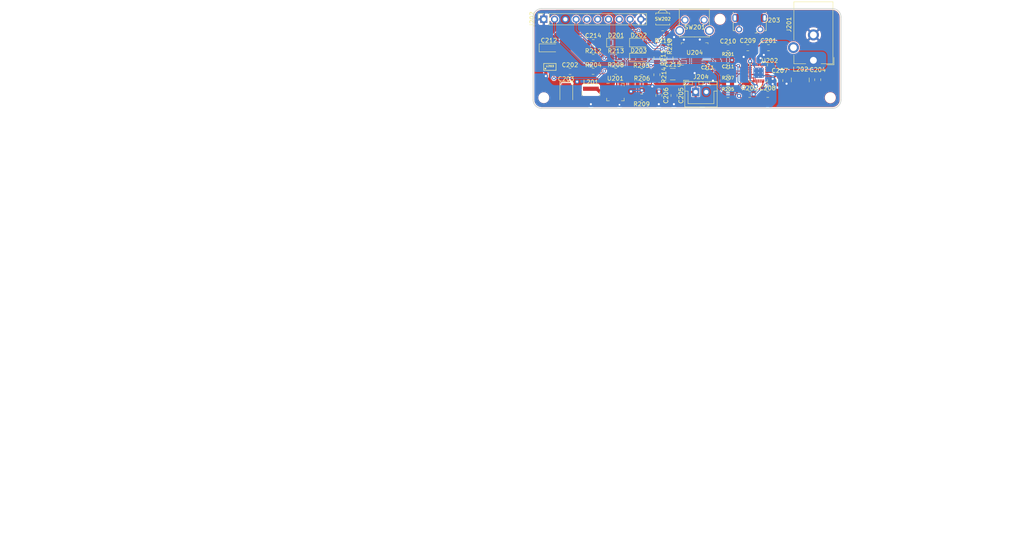
<source format=kicad_pcb>
(kicad_pcb (version 20171130) (host pcbnew "(5.0.0)")
  (layers (0 F.Cu signal) (31 B.Cu signal) (34 B.Paste user) (35 F.Paste user) (36 B.SilkS user) (37 F.SilkS user) (38 B.Mask user) (39 F.Mask user) (44 Edge.Cuts user))
  (net 0 "")
  (net 1 DC)
  (net 2 GNDA)
  (net 3 SYS)
  (net 4 BATT+)
  (net 5 USB)
  (net 6 VL)
  (net 7 5V)
  (net 8 3V3)
  (net 9 SENSE_PIN)
  (net 10 EN_PI)
  (net 11 OUT_PIN)
  (net 12 DOK_OUT)
  (net 13 CHG_OUT)
  (net 14 SCL)
  (net 15 SDA)
  (net 16 "Net-(C204-Pad2)")
  (net 17 "Net-(C204-Pad1)")
  (net 18 "Net-(C211-Pad2)")
  (net 19 "Net-(D201-Pad1)")
  (net 20 "Net-(D201-Pad2)")
  (net 21 "Net-(D202-Pad2)")
  (net 22 "Net-(J203-Pad6)")
  (net 23 "Net-(L201-Pad1)")
  (net 24 "Net-(L202-Pad1)")
  (net 25 "Net-(R204-Pad1)")
  (net 26 "Net-(R205-Pad2)")
  (net 27 "Net-(R206-Pad1)")
  (net 28 "Net-(R207-Pad2)")
  (net 29 "Net-(R215-Pad2)")
  (module Resistor_SMD:R_0805_2012Metric (layer F.Cu) (at 180 29.75 180)
    (fp_text reference R215 (at 0 -1.65 180) (layer F.SilkS))
    (fp_text value 1K)
    (pad 1 smd roundrect (at -0.9375 0 180) (size 0.975 1.4) (layers F.Cu F.Paste F.Mask) (net 2 GNDA))
    (pad 2 smd roundrect (at 0.9375 0 180) (size 0.975 1.4) (layers F.Cu F.Paste F.Mask) (net 29 "Net-(R215-Pad2)"))
  )
  (module MountingHole:MountingHole_2.2mm_M2_DIN965 (layer F.Cu) (at 193.486138 26.314289)
    (fp_text reference REF** hide)
    (fp_text value MountingHole_2.2mm_M2_DIN965)
    (pad 1 np_thru_hole circle (at 0 0) (size 2.2 2.2) (drill 2.2) (layers *.Cu *.Mask))
  )
  (module MountingHole:MountingHole_2.2mm_M2_DIN965 (layer F.Cu) (at 219.486138 44.814289)
    (fp_text reference REF** hide)
    (fp_text value MountingHole_2.2mm_M2_DIN965)
    (pad 1 np_thru_hole circle (at 0 0) (size 2.2 2.2) (drill 2.2) (layers *.Cu *.Mask))
  )
  (module Capacitor_SMD:C_0805_2012Metric (layer F.Cu) (at 204.9105 33.0282)
    (fp_text reference C201 (at 0 -1.65) (layer F.SilkS))
    (fp_text value 2.2uf)
    (pad 1 smd roundrect (at -0.9375 0) (size 0.975 1.4) (layers F.Cu F.Paste F.Mask) (net 1 DC))
    (pad 2 smd roundrect (at 0.9375 0) (size 0.975 1.4) (layers F.Cu F.Paste F.Mask) (net 2 GNDA))
  )
  (module Capacitor_SMD:C_0805_2012Metric (layer F.Cu) (at 216.516 40.572 270)
    (fp_text reference C204 (at -2.336711 0.001862) (layer F.SilkS))
    (fp_text value 1uf)
    (pad 2 smd roundrect (at 0.9375 0 270) (size 0.975 1.4) (layers F.Cu F.Paste F.Mask) (net 16 "Net-(C204-Pad2)"))
    (pad 1 smd roundrect (at -0.9375 0 270) (size 0.975 1.4) (layers F.Cu F.Paste F.Mask) (net 17 "Net-(C204-Pad1)"))
  )
  (module Capacitor_SMD:C_0805_2012Metric (layer F.Cu) (at 207.583011 40.769118 90)
    (fp_text reference C207 (at 2.336711 -0.001862 180) (layer F.SilkS))
    (fp_text value 10uf)
    (pad 2 smd roundrect (at 0.9375 0 90) (size 0.975 1.4) (layers F.Cu F.Paste F.Mask) (net 3 SYS))
    (pad 1 smd roundrect (at -0.9375 0 90) (size 0.975 1.4) (layers F.Cu F.Paste F.Mask) (net 2 GNDA))
  )
  (module Capacitor_SMD:C_0805_2012Metric (layer F.Cu) (at 204.7535 44.0262 180)
    (fp_text reference C208 (at 0.050362 1.472911 180) (layer F.SilkS))
    (fp_text value 10uf)
    (pad 2 smd roundrect (at 0.9375 0 180) (size 0.975 1.4) (layers F.Cu F.Paste F.Mask) (net 4 BATT+))
    (pad 1 smd roundrect (at -0.9375 0 180) (size 0.975 1.4) (layers F.Cu F.Paste F.Mask) (net 2 GNDA))
  )
  (module Capacitor_SMD:C_0805_2012Metric (layer F.Cu) (at 200.050138 33.0282)
    (fp_text reference C209 (at 0 -1.65) (layer F.SilkS))
    (fp_text value 4.7uf)
    (pad 1 smd roundrect (at -0.9375 0) (size 0.975 1.4) (layers F.Cu F.Paste F.Mask) (net 2 GNDA))
    (pad 2 smd roundrect (at 0.9375 0) (size 0.975 1.4) (layers F.Cu F.Paste F.Mask) (net 5 USB))
  )
  (module Capacitor_SMD:C_0805_2012Metric (layer F.Cu) (at 195.3865 33.0282 180)
    (fp_text reference C210 (at 0 1.523911 180) (layer F.SilkS))
    (fp_text value 2.2uf)
    (pad 1 smd roundrect (at -0.9375 0 180) (size 0.975 1.4) (layers F.Cu F.Paste F.Mask) (net 2 GNDA))
    (pad 2 smd roundrect (at 0.9375 0 180) (size 0.975 1.4) (layers F.Cu F.Paste F.Mask) (net 6 VL))
  )
  (module Capacitor_SMD:C_0805_2012Metric (layer F.Cu) (at 195.3865 38.7432)
    (fp_text reference C211 (at 0 -1.269911) (layer F.SilkS) (effects (font (size 0.75 0.75))))
    (fp_text value 0.15uf)
    (pad 1 smd roundrect (at -0.9375 0) (size 0.975 1.4) (layers F.Cu F.Paste F.Mask) (net 2 GNDA))
    (pad 2 smd roundrect (at 0.9375 0) (size 0.975 1.4) (layers F.Cu F.Paste F.Mask) (net 18 "Net-(C211-Pad2)"))
  )
  (module Capacitor_SMD:C_0805_2012Metric (layer F.Cu) (at 190.497 38.9602)
    (fp_text reference C213 (at -0.017862 -1.232911) (layer F.SilkS) (effects (font (size 0.75 0.75))))
    (fp_text value 0.1uf)
    (pad 1 smd roundrect (at -0.9375 0) (size 0.975 1.4) (layers F.Cu F.Paste F.Mask) (net 2 GNDA))
    (pad 2 smd roundrect (at 0.9375 0) (size 0.975 1.4) (layers F.Cu F.Paste F.Mask) (net 4 BATT+))
  )
  (module Capacitor_SMD:C_0805_2012Metric (layer F.Cu) (at 158.1635 38.608)
    (fp_text reference C202 (at 0 -1.515711) (layer F.SilkS))
    (fp_text value 2.2uf)
    (pad 2 smd roundrect (at 0.9375 0) (size 0.975 1.4) (layers F.Cu F.Paste F.Mask) (net 7 5V))
    (pad 1 smd roundrect (at -0.9375 0) (size 0.975 1.4) (layers F.Cu F.Paste F.Mask) (net 2 GNDA))
  )
  (module Capacitor_Tantalum_SMD:CP_EIA-3528-21_Kemet-B (layer F.Cu) (at 157.296011 43.564618 270)
    (fp_text reference C203 (at -3.17 0.07) (layer F.SilkS))
    (fp_text value 100uf)
    (pad 2 smd roundrect (at 1.5375 0 270) (size 1.325 2.35) (layers F.Cu F.Paste F.Mask) (roundrect_rratio 0.188679) (net 2 GNDA))
    (pad 1 smd roundrect (at -1.5375 0 270) (size 1.325 2.35) (layers F.Cu F.Paste F.Mask) (roundrect_rratio 0.188679) (net 7 5V))
  )
  (module Capacitor_SMD:C_0805_2012Metric (layer F.Cu) (at 182.6715 44.2862 270)
    (fp_text reference C205 (at 0 -1.65 270) (layer F.SilkS))
    (fp_text value 10uf)
    (pad 2 smd roundrect (at 0.9375 0 270) (size 0.975 1.4) (layers F.Cu F.Paste F.Mask) (net 3 SYS))
    (pad 1 smd roundrect (at -0.9375 0 270) (size 0.975 1.4) (layers F.Cu F.Paste F.Mask) (net 2 GNDA))
  )
  (module Capacitor_SMD:C_0805_2012Metric (layer F.Cu) (at 179.1155 44.2862 270)
    (fp_text reference C206 (at 0 -1.65 270) (layer F.SilkS))
    (fp_text value 0.1uf)
    (pad 1 smd roundrect (at -0.9375 0 270) (size 0.975 1.4) (layers F.Cu F.Paste F.Mask) (net 2 GNDA))
    (pad 2 smd roundrect (at 0.9375 0 270) (size 0.975 1.4) (layers F.Cu F.Paste F.Mask) (net 3 SYS))
  )
  (module Capacitor_SMD:C_0805_2012Metric (layer F.Cu) (at 163.633138 31.830289)
    (fp_text reference C214 (at 0 -1.65) (layer F.SilkS))
    (fp_text value 0.1uf)
    (pad 2 smd roundrect (at 0.9375 0) (size 0.975 1.4) (layers F.Cu F.Paste F.Mask) (net 2 GNDA))
    (pad 1 smd roundrect (at -0.9375 0) (size 0.975 1.4) (layers F.Cu F.Paste F.Mask) (net 9 SENSE_PIN))
  )
  (module Diode_SMD:D_SOD-123F (layer F.Cu) (at 168.986138 31.830289)
    (fp_text reference D201 (at 0.03 -1.723) (layer F.SilkS))
    (fp_text value IN4001)
    (pad 1 smd rect (at -1.4 0) (size 1.1 1.1) (layers F.Cu F.Paste F.Mask) (net 19 "Net-(D201-Pad1)"))
    (pad 2 smd rect (at 1.4 0) (size 1.1 1.1) (layers F.Cu F.Paste F.Mask) (net 20 "Net-(D201-Pad2)"))
  )
  (module Diode_SMD:D_SOD-123F (layer F.Cu) (at 174.386138 31.830289)
    (fp_text reference D202 (at -0.036 -1.723) (layer F.SilkS))
    (fp_text value IN4001)
    (pad 1 smd rect (at -1.4 0) (size 1.1 1.1) (layers F.Cu F.Paste F.Mask) (net 20 "Net-(D201-Pad2)"))
    (pad 2 smd rect (at 1.4 0) (size 1.1 1.1) (layers F.Cu F.Paste F.Mask) (net 21 "Net-(D202-Pad2)"))
  )
  (module Diode_SMD:D_SOD-123F (layer F.Cu) (at 174.386138 35.330289)
    (fp_text reference D203 (at -0.036 -1.667) (layer F.SilkS))
    (fp_text value IN4001)
    (pad 2 smd rect (at 1.4 0) (size 1.1 1.1) (layers F.Cu F.Paste F.Mask) (net 21 "Net-(D202-Pad2)"))
    (pad 1 smd rect (at -1.4 0) (size 1.1 1.1) (layers F.Cu F.Paste F.Mask) (net 10 EN_PI))
  )
  (module Connector_PinSocket_2.54mm:PinSocket_1x10_P2.54mm_Vertical (layer F.Cu) (at 151.986138 26.314289 90)
    (fp_text reference J202 (at 0 -2.77 90) (layer F.SilkS))
    (fp_text value Conn_01x10)
    (pad 1 thru_hole rect (at 0 0 90) (size 1.7 1.7) (drill 1) (layers *.Cu *.Mask) (net 2 GNDA))
    (pad 2 thru_hole oval (at 0 2.54 90) (size 1.7 1.7) (drill 1) (layers *.Cu *.Mask) (net 8 3V3))
    (pad 3 thru_hole oval (at 0 5.08 90) (size 1.7 1.7) (drill 1) (layers *.Cu *.Mask) (net 7 5V))
    (pad 4 thru_hole oval (at 0 7.62 90) (size 1.7 1.7) (drill 1) (layers *.Cu *.Mask) (net 11 OUT_PIN))
    (pad 5 thru_hole oval (at 0 10.16 90) (size 1.7 1.7) (drill 1) (layers *.Cu *.Mask) (net 9 SENSE_PIN))
    (pad 6 thru_hole oval (at 0 12.7 90) (size 1.7 1.7) (drill 1) (layers *.Cu *.Mask) (net 12 DOK_OUT))
    (pad 7 thru_hole oval (at 0 15.24 90) (size 1.7 1.7) (drill 1) (layers *.Cu *.Mask) (net 13 CHG_OUT))
    (pad 8 thru_hole oval (at 0 17.78 90) (size 1.7 1.7) (drill 1) (layers *.Cu *.Mask) (net 14 SCL))
    (pad 9 thru_hole oval (at 0 20.32 90) (size 1.7 1.7) (drill 1) (layers *.Cu *.Mask) (net 15 SDA))
    (pad 10 thru_hole oval (at 0 22.86 90) (size 1.7 1.7) (drill 1) (layers *.Cu *.Mask) (net 2 GNDA))
  )
  (module Connector_USB:USB_Micro-B_Molex-105017-0001 (layer F.Cu) (at 200.5 27.2375 180)
    (fp_text reference J203 (at -5.346138 0.686211 180) (layer F.SilkS))
    (fp_text value USB_B_Micro)
    (pad 6 smd rect (at 1 1.2375 180) (size 1.5 1.9) (layers F.Cu F.Paste F.Mask) (net 22 "Net-(J203-Pad6)"))
    (pad 6 thru_hole circle (at -2.5 -1.4625 180) (size 1.45 1.45) (drill 0.85) (layers *.Cu *.Mask) (net 22 "Net-(J203-Pad6)"))
    (pad 2 smd rect (at -0.65 -1.4625 180) (size 0.4 1.35) (layers F.Cu F.Paste F.Mask))
    (pad 1 smd rect (at -1.3 -1.4625 180) (size 0.4 1.35) (layers F.Cu F.Paste F.Mask) (net 5 USB))
    (pad 5 smd rect (at 1.3 -1.4625 180) (size 0.4 1.35) (layers F.Cu F.Paste F.Mask) (net 2 GNDA))
    (pad 4 smd rect (at 0.65 -1.4625 180) (size 0.4 1.35) (layers F.Cu F.Paste F.Mask))
    (pad 3 smd rect (at 0 -1.4625 180) (size 0.4 1.35) (layers F.Cu F.Paste F.Mask))
    (pad 6 thru_hole circle (at 2.5 -1.4625 180) (size 1.45 1.45) (drill 0.85) (layers *.Cu *.Mask) (net 22 "Net-(J203-Pad6)"))
    (pad 6 smd rect (at -1 1.2375 180) (size 1.5 1.9) (layers F.Cu F.Paste F.Mask) (net 22 "Net-(J203-Pad6)"))
    (pad 6 thru_hole oval (at -3.5 1.2375) (size 1.2 1.9) (drill oval 0.6 1.3) (layers *.Cu *.Mask) (net 22 "Net-(J203-Pad6)"))
    (pad 6 thru_hole oval (at 3.5 1.2375 180) (size 1.2 1.9) (drill oval 0.6 1.3) (layers *.Cu *.Mask) (net 22 "Net-(J203-Pad6)"))
    (pad 6 smd rect (at 2.9 1.2375 180) (size 1.2 1.9) (layers F.Cu F.Mask) (net 22 "Net-(J203-Pad6)"))
    (pad 6 smd rect (at -2.9 1.2375 180) (size 1.2 1.9) (layers F.Cu F.Mask) (net 22 "Net-(J203-Pad6)"))
  )
  (module Connector_JST:JST_XH_B02B-XH-A_1x02_P2.50mm_Vertical (layer F.Cu) (at 187.765792 43.45721)
    (fp_text reference J204 (at 1.25 -3.55) (layer F.SilkS))
    (fp_text value battery)
    (pad 1 thru_hole rect (at 0 0) (size 1.7 2) (drill 1) (layers *.Cu *.Mask) (net 2 GNDA))
    (pad 2 thru_hole oval (at 2.5 0) (size 1.7 2) (drill 1) (layers *.Cu *.Mask) (net 4 BATT+))
  )
  (module Inductor_SMD:L_Wuerth_MAPI-4020 (layer F.Cu) (at 212.4095 40.6212 90)
    (fp_text reference L202 (at 2.512911 0.040638 180) (layer F.SilkS))
    (fp_text value 3.3uH)
    (pad 1 smd rect (at -1.185 0 90) (size 0.98 3.7) (layers F.Cu F.Paste F.Mask) (net 24 "Net-(L202-Pad1)"))
    (pad 2 smd rect (at 1.185 0 90) (size 0.98 3.7) (layers F.Cu F.Paste F.Mask) (net 16 "Net-(C204-Pad2)"))
  )
  (module Inductor_SMD:L_Wuerth_MAPI-4020 (layer F.Cu) (at 163.082138 43.883289 270)
    (fp_text reference L201 (at -2.727 0.035) (layer F.SilkS))
    (fp_text value 6.8uH)
    (pad 2 smd rect (at 1.185 0 270) (size 0.98 3.7) (layers F.Cu F.Paste F.Mask) (net 3 SYS))
    (pad 1 smd rect (at -1.185 0 270) (size 0.98 3.7) (layers F.Cu F.Paste F.Mask) (net 23 "Net-(L201-Pad1)"))
  )
  (module Resistor_SMD:R_0805_2012Metric (layer F.Cu) (at 195.3865 35.9412 180)
    (fp_text reference R201 (at 0 1.388911 180) (layer F.SilkS) (effects (font (size 0.75 0.75))))
    (fp_text value 100K)
    (pad 1 smd roundrect (at -0.9375 0 180) (size 0.975 1.4) (layers F.Cu F.Paste F.Mask) (net 12 DOK_OUT))
    (pad 2 smd roundrect (at 0.9375 0 180) (size 0.975 1.4) (layers F.Cu F.Paste F.Mask) (net 6 VL))
  )
  (module Resistor_SMD:R_0805_2012Metric (layer F.Cu) (at 200.4965 44.0262 180)
    (fp_text reference R202 (at 0 1.472911 180) (layer F.SilkS))
    (fp_text value 100K)
    (pad 2 smd roundrect (at 0.9375 0 180) (size 0.975 1.4) (layers F.Cu F.Paste F.Mask) (net 6 VL))
    (pad 1 smd roundrect (at -0.9375 0 180) (size 0.975 1.4) (layers F.Cu F.Paste F.Mask) (net 13 CHG_OUT))
  )
  (module Resistor_SMD:R_0805_2012Metric (layer F.Cu) (at 195.3865 44.0772)
    (fp_text reference R205 (at 0 -1.269911) (layer F.SilkS) (effects (font (size 0.75 0.75))))
    (fp_text value 1.2K)
    (pad 1 smd roundrect (at -0.9375 0) (size 0.975 1.4) (layers F.Cu F.Paste F.Mask) (net 2 GNDA))
    (pad 2 smd roundrect (at 0.9375 0) (size 0.975 1.4) (layers F.Cu F.Paste F.Mask) (net 26 "Net-(R205-Pad2)"))
  )
  (module Resistor_SMD:R_0805_2012Metric (layer F.Cu) (at 195.3865 41.4412)
    (fp_text reference R207 (at 0 -1.300911) (layer F.SilkS) (effects (font (size 0.75 0.75))))
    (fp_text value 3K)
    (pad 2 smd roundrect (at 0.9375 0) (size 0.975 1.4) (layers F.Cu F.Paste F.Mask) (net 28 "Net-(R207-Pad2)"))
    (pad 1 smd roundrect (at -0.9375 0) (size 0.975 1.4) (layers F.Cu F.Paste F.Mask) (net 2 GNDA))
  )
  (module Resistor_SMD:R_0805_2012Metric (layer F.Cu) (at 181.696967 35.402978 270)
    (fp_text reference R210 (at -2.654862 0.037089 270) (layer F.SilkS))
    (fp_text value 100K)
    (pad 2 smd roundrect (at 0.9375 0 270) (size 0.975 1.4) (layers F.Cu F.Paste F.Mask) (net 8 3V3))
    (pad 1 smd roundrect (at -0.9375 0 270) (size 0.975 1.4) (layers F.Cu F.Paste F.Mask) (net 14 SCL))
  )
  (module Resistor_SMD:R_0805_2012Metric (layer F.Cu) (at 178.648967 35.40298 270)
    (fp_text reference R211 (at 0.012138 -1.486911 270) (layer F.SilkS))
    (fp_text value 100K)
    (pad 2 smd roundrect (at 0.9375 0 270) (size 0.975 1.4) (layers F.Cu F.Paste F.Mask) (net 8 3V3))
    (pad 1 smd roundrect (at -0.9375 0 270) (size 0.975 1.4) (layers F.Cu F.Paste F.Mask) (net 15 SDA))
  )
  (module Resistor_SMD:R_0805_2012Metric (layer F.Cu) (at 175.033638 38.664289)
    (fp_text reference R203 (at -0.0485 -1.445) (layer F.SilkS))
    (fp_text value 200K)
    (pad 1 smd roundrect (at -0.9375 0) (size 0.975 1.4) (layers F.Cu F.Paste F.Mask) (net 10 EN_PI))
    (pad 2 smd roundrect (at 0.9375 0) (size 0.975 1.4) (layers F.Cu F.Paste F.Mask) (net 3 SYS))
  )
  (module Resistor_SMD:R_0805_2012Metric (layer F.Cu) (at 163.6055 38.600129 180)
    (fp_text reference R204 (at -0.076638 1.50784 180) (layer F.SilkS))
    (fp_text value 1.87M)
    (pad 2 smd roundrect (at 0.9375 0 180) (size 0.975 1.4) (layers F.Cu F.Paste F.Mask) (net 7 5V))
    (pad 1 smd roundrect (at -0.9375 0 180) (size 0.975 1.4) (layers F.Cu F.Paste F.Mask) (net 25 "Net-(R204-Pad1)"))
  )
  (module Resistor_SMD:R_0805_2012Metric (layer F.Cu) (at 175.033638 41.664289)
    (fp_text reference R206 (at 0.0785 -1.397) (layer F.SilkS))
    (fp_text value 1.87M)
    (pad 2 smd roundrect (at 0.9375 0) (size 0.975 1.4) (layers F.Cu F.Paste F.Mask) (net 3 SYS))
    (pad 1 smd roundrect (at -0.9375 0) (size 0.975 1.4) (layers F.Cu F.Paste F.Mask) (net 27 "Net-(R206-Pad1)"))
  )
  (module Resistor_SMD:R_0805_2012Metric (layer F.Cu) (at 168.9395 38.600129 180)
    (fp_text reference R208 (at 0 1.50784 180) (layer F.SilkS))
    (fp_text value 200K)
    (pad 2 smd roundrect (at 0.9375 0 180) (size 0.975 1.4) (layers F.Cu F.Paste F.Mask) (net 25 "Net-(R204-Pad1)"))
    (pad 1 smd roundrect (at -0.9375 0 180) (size 0.975 1.4) (layers F.Cu F.Paste F.Mask) (net 2 GNDA))
  )
  (module Resistor_SMD:R_0805_2012Metric (layer F.Cu) (at 175.033638 44.664289 180)
    (fp_text reference R209 (at 0 -1.65 180) (layer F.SilkS))
    (fp_text value 340K)
    (pad 1 smd roundrect (at -0.9375 0 180) (size 0.975 1.4) (layers F.Cu F.Paste F.Mask) (net 2 GNDA))
    (pad 2 smd roundrect (at 0.9375 0 180) (size 0.975 1.4) (layers F.Cu F.Paste F.Mask) (net 27 "Net-(R206-Pad1)"))
  )
  (module Resistor_SMD:R_0805_2012Metric (layer F.Cu) (at 163.633138 35.330289 180)
    (fp_text reference R212 (at 0 1.54 180) (layer F.SilkS))
    (fp_text value 10K)
    (pad 2 smd roundrect (at 0.9375 0 180) (size 0.975 1.4) (layers F.Cu F.Paste F.Mask) (net 9 SENSE_PIN))
    (pad 1 smd roundrect (at -0.9375 0 180) (size 0.975 1.4) (layers F.Cu F.Paste F.Mask) (net 19 "Net-(D201-Pad1)"))
  )
  (module Resistor_SMD:R_0805_2012Metric (layer F.Cu) (at 168.986138 35.330289 180)
    (fp_text reference R213 (at 0 1.54 180) (layer F.SilkS))
    (fp_text value 10K)
    (pad 2 smd roundrect (at 0.9375 0 180) (size 0.975 1.4) (layers F.Cu F.Paste F.Mask) (net 11 OUT_PIN))
    (pad 1 smd roundrect (at -0.9375 0 180) (size 0.975 1.4) (layers F.Cu F.Paste F.Mask) (net 10 EN_PI))
  )
  (module Resistor_SMD:R_0805_2012Metric (layer F.Cu) (at 178.632572 39.399643 90)
    (fp_text reference R214 (at -0.079 1.667 90) (layer F.SilkS))
    (fp_text value 100K)
    (pad 2 smd roundrect (at 0.9375 0 90) (size 0.975 1.4) (layers F.Cu F.Paste F.Mask) (net 10 EN_PI))
    (pad 1 smd roundrect (at -0.9375 0 90) (size 0.975 1.4) (layers F.Cu F.Paste F.Mask) (net 2 GNDA))
  )
  (module Button_Switch_THT:SKHHLVA010 (layer F.Cu) (at 187.499551 28)
    (fp_text reference SW201 (at 0.058587 0.202289) (layer F.SilkS))
    (fp_text value SW_Push)
    (pad 1 thru_hole circle (at 2.250449 -1.518149 180) (size 1.724 1.724) (drill 1.1) (layers *.Cu *.Mask) (net 3 SYS))
    (pad 2 thru_hole circle (at -2.249551 -1.518149 180) (size 1.724 1.724) (drill 1.1) (layers *.Cu *.Mask) (net 21 "Net-(D202-Pad2)"))
    (pad "" thru_hole circle (at 3.500449 0.981851 180) (size 2.1 2.1) (drill 1.45) (layers *.Cu *.Mask))
    (pad "" thru_hole circle (at -3.499551 0.981851 180) (size 2.1 2.1) (drill 1.45) (layers *.Cu *.Mask))
  )
  (module Package_DFN_QFN:QFN-28-1EP_4x4mm_P0.4mm_EP2.4x2.4mm_ThermalVias (layer F.Cu) (at 202.578 38.9412 270)
    (fp_text reference U202 (at -2.864911 -2.633138) (layer F.SilkS))
    (fp_text value MAX8903A)
    (pad 28 smd roundrect (at -1.2 -1.9375 270) (size 0.25 0.825) (layers F.Cu F.Paste F.Mask) (net 16 "Net-(C204-Pad2)"))
    (pad 27 smd roundrect (at -0.8 -1.9375 270) (size 0.25 0.825) (layers F.Cu F.Paste F.Mask) (net 16 "Net-(C204-Pad2)"))
    (pad 26 smd roundrect (at -0.4 -1.9375 270) (size 0.25 0.825) (layers F.Cu F.Paste F.Mask) (net 24 "Net-(L202-Pad1)"))
    (pad 25 smd roundrect (at 0 -1.9375 270) (size 0.25 0.825) (layers F.Cu F.Paste F.Mask) (net 24 "Net-(L202-Pad1)"))
    (pad 24 smd roundrect (at 0.4 -1.9375 270) (size 0.25 0.825) (layers F.Cu F.Paste F.Mask) (net 3 SYS))
    (pad 23 smd roundrect (at 0.8 -1.9375 270) (size 0.25 0.825) (layers F.Cu F.Paste F.Mask) (net 3 SYS))
    (pad 22 smd roundrect (at 1.2 -1.9375 270) (size 0.25 0.825) (layers F.Cu F.Paste F.Mask) (net 13 CHG_OUT))
    (pad 21 smd roundrect (at 1.9375 -1.2 270) (size 0.825 0.25) (layers F.Cu F.Paste F.Mask) (net 4 BATT+))
    (pad 20 smd roundrect (at 1.9375 -0.8 270) (size 0.825 0.25) (layers F.Cu F.Paste F.Mask) (net 4 BATT+))
    (pad 19 smd roundrect (at 1.9375 -0.4 270) (size 0.825 0.25) (layers F.Cu F.Paste F.Mask))
    (pad 18 smd roundrect (at 1.9375 0 270) (size 0.825 0.25) (layers F.Cu F.Paste F.Mask))
    (pad 17 smd roundrect (at 1.9375 0.4 270) (size 0.825 0.25) (layers F.Cu F.Paste F.Mask) (net 5 USB))
    (pad 16 smd roundrect (at 1.9375 0.8 270) (size 0.825 0.25) (layers F.Cu F.Paste F.Mask) (net 2 GNDA))
    (pad 15 smd roundrect (at 1.9375 1.2 270) (size 0.825 0.25) (layers F.Cu F.Paste F.Mask) (net 2 GNDA))
    (pad 14 smd roundrect (at 1.2 1.9375 270) (size 0.25 0.825) (layers F.Cu F.Paste F.Mask) (net 2 GNDA))
    (pad 13 smd roundrect (at 0.8 1.9375 270) (size 0.25 0.825) (layers F.Cu F.Paste F.Mask) (net 26 "Net-(R205-Pad2)"))
    (pad 12 smd roundrect (at 0.4 1.9375 270) (size 0.25 0.825) (layers F.Cu F.Paste F.Mask) (net 2 GNDA))
    (pad 11 smd roundrect (at 0 1.9375 270) (size 0.25 0.825) (layers F.Cu F.Paste F.Mask) (net 28 "Net-(R207-Pad2)"))
    (pad 10 smd roundrect (at -0.4 1.9375 270) (size 0.25 0.825) (layers F.Cu F.Paste F.Mask) (net 18 "Net-(C211-Pad2)"))
    (pad 9 smd roundrect (at -0.8 1.9375 270) (size 0.25 0.825) (layers F.Cu F.Paste F.Mask) (net 6 VL))
    (pad 8 smd roundrect (at -1.2 1.9375 270) (size 0.25 0.825) (layers F.Cu F.Paste F.Mask) (net 12 DOK_OUT))
    (pad 7 smd roundrect (at -1.9375 1.2 270) (size 0.825 0.25) (layers F.Cu F.Paste F.Mask) (net 5 USB))
    (pad 6 smd roundrect (at -1.9375 0.8 270) (size 0.825 0.25) (layers F.Cu F.Paste F.Mask) (net 17 "Net-(C204-Pad1)"))
    (pad 5 smd roundrect (at -1.9375 0.4 270) (size 0.825 0.25) (layers F.Cu F.Paste F.Mask) (net 1 DC))
    (pad 4 smd roundrect (at -1.9375 0 270) (size 0.825 0.25) (layers F.Cu F.Paste F.Mask) (net 1 DC))
    (pad 3 smd roundrect (at -1.9375 -0.4 270) (size 0.825 0.25) (layers F.Cu F.Paste F.Mask) (net 1 DC))
    (pad 2 smd roundrect (at -1.9375 -0.8 270) (size 0.825 0.25) (layers F.Cu F.Paste F.Mask) (net 2 GNDA))
    (pad 1 smd roundrect (at -1.9375 -1.2 270) (size 0.825 0.25) (layers F.Cu F.Paste F.Mask) (net 2 GNDA))
    (pad 29 smd roundrect (at 0 0 270) (size 2.4 2.4) (layers B.Cu) (roundrect_rratio 0.104167) (net 2 GNDA))
    (pad 29 thru_hole circle (at 0.95 0.95 270) (size 0.5 0.5) (drill 0.2) (layers *.Cu) (net 2 GNDA))
    (pad 29 thru_hole circle (at 0 0.95 270) (size 0.5 0.5) (drill 0.2) (layers *.Cu) (net 2 GNDA))
    (pad 29 thru_hole circle (at -0.95 0.95 270) (size 0.5 0.5) (drill 0.2) (layers *.Cu) (net 2 GNDA))
    (pad 29 thru_hole circle (at 0.95 0 270) (size 0.5 0.5) (drill 0.2) (layers *.Cu) (net 2 GNDA))
    (pad 29 thru_hole circle (at 0 0 270) (size 0.5 0.5) (drill 0.2) (layers *.Cu) (net 2 GNDA))
    (pad 29 thru_hole circle (at -0.95 0 270) (size 0.5 0.5) (drill 0.2) (layers *.Cu) (net 2 GNDA))
    (pad 29 thru_hole circle (at 0.95 -0.95 270) (size 0.5 0.5) (drill 0.2) (layers *.Cu) (net 2 GNDA))
    (pad 29 thru_hole circle (at 0 -0.95 270) (size 0.5 0.5) (drill 0.2) (layers *.Cu) (net 2 GNDA))
    (pad 29 thru_hole circle (at -0.95 -0.95 270) (size 0.5 0.5) (drill 0.2) (layers *.Cu) (net 2 GNDA))
    (pad 29 smd roundrect (at 0 0 270) (size 2.4 2.4) (layers F.Cu F.Mask) (roundrect_rratio 0.104167) (net 2 GNDA))
  )
  (module Package_DFN_QFN:TDFN-8-1EP (layer F.Cu) (at 187.5305 34.5152 180)
    (fp_text reference U204 (at 0 0.343911 180) (layer F.SilkS))
    (fp_text value MAX17048)
    (pad 8 smd rect (at 2.7 -1.905 180) (size 1.25 0.6) (layers F.Cu F.Paste F.Mask) (net 15 SDA))
    (pad 7 smd rect (at 2.7 -0.635 180) (size 1.25 0.6) (layers F.Cu F.Paste F.Mask) (net 14 SCL))
    (pad 6 smd rect (at 2.7 0.635 180) (size 1.25 0.6) (layers F.Cu F.Paste F.Mask) (net 2 GNDA))
    (pad 5 smd rect (at 2.7 1.905 180) (size 1.25 0.6) (layers F.Cu F.Paste F.Mask))
    (pad 4 smd rect (at -2.7 1.905 180) (size 1.25 0.6) (layers F.Cu F.Paste F.Mask) (net 2 GNDA))
    (pad 3 smd rect (at -2.7 0.635 180) (size 1.25 0.6) (layers F.Cu F.Paste F.Mask) (net 4 BATT+))
    (pad 1 smd rect (at -2.7 -1.905 180) (size 1.25 0.6) (layers F.Cu F.Paste F.Mask) (net 2 GNDA))
    (pad 2 smd rect (at -2.7 -0.635 180) (size 1.25 0.6) (layers F.Cu F.Paste F.Mask) (net 4 BATT+))
  )
  (module Package_DFN_QFN:QFN-16-1EP_4x4mm_P0.65mm_EP2.5x2.5mm (layer F.Cu) (at 168.858138 43.482289)
    (fp_text reference U201 (at 0 -3.215) (layer F.SilkS))
    (fp_text value TPS61090)
    (pad 1 smd rect (at -2 -0.975) (size 0.8 0.35) (layers F.Cu F.Paste F.Mask) (net 7 5V))
    (pad 2 smd rect (at -2 -0.325) (size 0.8 0.35) (layers F.Cu F.Paste F.Mask))
    (pad 3 smd rect (at -2 0.325) (size 0.8 0.35) (layers F.Cu F.Paste F.Mask) (net 23 "Net-(L201-Pad1)"))
    (pad 4 smd rect (at -2 0.975) (size 0.8 0.35) (layers F.Cu F.Paste F.Mask) (net 23 "Net-(L201-Pad1)"))
    (pad 5 smd rect (at -0.975 2 90) (size 0.8 0.35) (layers F.Cu F.Paste F.Mask) (net 2 GNDA))
    (pad 6 smd rect (at -0.325 2 90) (size 0.8 0.35) (layers F.Cu F.Paste F.Mask) (net 2 GNDA))
    (pad 7 smd rect (at 0.325 2 90) (size 0.8 0.35) (layers F.Cu F.Paste F.Mask) (net 2 GNDA))
    (pad 8 smd rect (at 0.975 2 90) (size 0.8 0.35) (layers F.Cu F.Paste F.Mask) (net 3 SYS))
    (pad 9 smd rect (at 2 0.975) (size 0.8 0.35) (layers F.Cu F.Paste F.Mask) (net 27 "Net-(R206-Pad1)"))
    (pad 10 smd rect (at 2 0.325) (size 0.8 0.35) (layers F.Cu F.Paste F.Mask) (net 2 GNDA))
    (pad 11 smd rect (at 2 -0.325) (size 0.8 0.35) (layers F.Cu F.Paste F.Mask) (net 10 EN_PI))
    (pad 12 smd rect (at 2 -0.975) (size 0.8 0.35) (layers F.Cu F.Paste F.Mask))
    (pad 13 smd rect (at 0.975 -2 90) (size 0.8 0.35) (layers F.Cu F.Paste F.Mask) (net 2 GNDA))
    (pad 14 smd rect (at 0.325 -2 90) (size 0.8 0.35) (layers F.Cu F.Paste F.Mask) (net 25 "Net-(R204-Pad1)"))
    (pad 15 smd rect (at -0.325 -2 90) (size 0.8 0.35) (layers F.Cu F.Paste F.Mask) (net 7 5V))
    (pad 16 smd rect (at -0.975 -2 90) (size 0.8 0.35) (layers F.Cu F.Paste F.Mask) (net 7 5V))
    (pad 17 smd rect (at 0 0) (size 2.5 2.5) (layers F.Cu F.Mask) (net 2 GNDA))
  )
  (module Package_TO_SOT_SMD:SOT25 (layer F.Cu) (at 153.420011 37.552118)
    (fp_text reference U203 (at 0 -0.18) (layer F.SilkS) (effects (font (size 0.4 0.5) (thickness 0.1))))
    (fp_text value XC6210 hide)
    (pad 5 smd rect (at -0.95 -1.2) (size 0.55 0.8) (layers F.Cu F.Paste F.Mask) (net 8 3V3))
    (pad 4 smd rect (at 0.95 -1.2) (size 0.55 0.8) (layers F.Cu F.Paste F.Mask))
    (pad 3 smd rect (at 0.95 1.2) (size 0.55 0.8) (layers F.Cu F.Paste F.Mask) (net 10 EN_PI))
    (pad 2 smd rect (at 0 1.2) (size 0.55 0.8) (layers F.Cu F.Paste F.Mask) (net 2 GNDA))
    (pad 1 smd rect (at -0.95 1.2) (size 0.55 0.8) (layers F.Cu F.Paste F.Mask) (net 3 SYS))
  )
  (module Capacitor_Tantalum_SMD:CP_EIA-3216-18_Kemet-A (layer F.Cu) (at 153.203875 33.062831)
    (fp_text reference C212 (at 0 -1.75) (layer F.SilkS))
    (fp_text value 10uf)
    (pad 1 smd roundrect (at -1.35 0) (size 1.4 1.35) (layers F.Cu F.Paste F.Mask) (roundrect_rratio 0.185185) (net 8 3V3))
    (pad 2 smd roundrect (at 1.35 0) (size 1.4 1.35) (layers F.Cu F.Paste F.Mask) (roundrect_rratio 0.185185) (net 2 GNDA))
  )
  (module MountingHole:MountingHole_2.2mm_M2_DIN965 (layer F.Cu) (at 151.986138 44.814289)
    (fp_text reference REF** hide)
    (fp_text value MountingHole_2.2mm_M2_DIN965)
    (pad 1 np_thru_hole circle (at 0 0) (size 2.2 2.2) (drill 2.2) (layers *.Cu *.Mask))
  )
  (module Connector_BarrelJack:BarrelJack_CUI_PJ-102AH_Horizontal (layer F.Cu) (at 215.5 36 180)
    (fp_text reference J201 (at 5.75 8.45 270) (layer F.SilkS))
    (fp_text value Barrel_Jack)
    (pad 1 thru_hole rect (at 0 0 180) (size 2.6 2.6) (drill 1.6) (layers *.Cu *.Mask) (net 1 DC))
    (pad 2 thru_hole circle (at 0 6 180) (size 2.6 2.6) (drill 1.6) (layers *.Cu *.Mask) (net 2 GNDA))
    (pad 3 thru_hole circle (at 4.7 3 180) (size 2.6 2.6) (drill 1.6) (layers *.Cu *.Mask))
  )
  (module Button_Switch_SMD:SW_SPST_B3U-3000P (layer F.Cu) (at 180 26.25)
    (fp_text reference SW202 (at 0.024011 -0.007382) (layer F.SilkS) (effects (font (size 0.75 0.75))))
    (fp_text value SW_reset)
    (pad 1 smd rect (at -1.7 0) (size 0.9 1.7) (layers F.Cu F.Paste F.Mask) (net 29 "Net-(R215-Pad2)"))
    (pad 2 smd rect (at 1.7 0) (size 0.9 1.7) (layers F.Cu F.Paste F.Mask) (net 10 EN_PI))
  )
  (module Capacitor_SMD:C_1210_3225Metric (layer F.Cu) (at 182.370011 39.252118)
    (fp_text reference C215 (at 0 -2.28) (layer F.SilkS))
    (fp_text value 100uf)
    (pad 1 smd roundrect (at -1.4 0) (size 1.25 2.65) (layers F.Cu F.Paste F.Mask) (roundrect_rratio 0.2) (net 10 EN_PI))
    (pad 2 smd roundrect (at 1.4 0) (size 1.25 2.65) (layers F.Cu F.Paste F.Mask) (roundrect_rratio 0.2) (net 2 GNDA))
  )
  (gr_arc (start 219.986138 45.314289) (end 219.986138 47.314289) (angle -90) (layer Edge.Cuts) (width 0.2))
  (gr_arc (start 151.486138 45.314289) (end 149.486138 45.314289) (angle -90) (layer Edge.Cuts) (width 0.2))
  (gr_line (start 221.986138 45.314289) (end 221.986138 25.814289) (layer Edge.Cuts) (width 0.2))
  (gr_arc (start 219.986138 25.814289) (end 221.986138 25.814289) (angle -90) (layer Edge.Cuts) (width 0.2))
  (gr_arc (start 151.486138 25.814289) (end 151.486138 23.814289) (angle -90) (layer Edge.Cuts) (width 0.2))
  (gr_line (start 219.986138 23.814289) (end 151.486138 23.814289) (layer Edge.Cuts) (width 0.2))
  (gr_line (start 151.486138 47.314289) (end 219.986138 47.314289) (layer Edge.Cuts) (width 0.2))
  (gr_line (start 149.486138 25.814289) (end 149.486138 45.314289) (layer Edge.Cuts) (width 0.2))
  (segment (start 202.178 37.0037) (end 202.978 37.0037) (width 0.15) (layer F.Cu) (net 1))
  (via (at 203.054 35.492) (size 1) (drill 0.5) (layers F.Cu B.Cu) (net 1))
  (segment (start 202.578 37.0037) (end 202.578 35.968) (width 0.25) (layer F.Cu) (net 1))
  (segment (start 202.578 35.968) (end 203.054 35.492) (width 0.25) (layer F.Cu) (net 1))
  (segment (start 204.07 33.0282) (end 204.07 34.476) (width 0.25) (layer F.Cu) (net 1))
  (via (at 203.816 34.73) (size 1) (drill 0.5) (layers F.Cu B.Cu) (net 1))
  (segment (start 203.816 34.73) (end 203.054 35.492) (width 0.25) (layer F.Cu) (net 1))
  (segment (start 204.07 34.476) (end 203.816 34.73) (width 0.25) (layer F.Cu) (net 1))
  (segment (start 205.5465 33.0282) (end 205.5465 33.610482) (width 0.25) (layer F.Cu) (net 2))
  (via (at 184.988078 31.138185) (size 1) (drill 0.5) (layers F.Cu B.Cu) (net 2))
  (segment (start 203.378 37.0037) (end 203.778 37.0037) (width 0.25) (layer F.Cu) (net 2))
  (segment (start 201.378 40.1412) (end 201.628 39.8912) (width 0.2) (layer F.Cu) (net 2))
  (segment (start 200.6405 40.1412) (end 201.378 40.1412) (width 0.2) (layer F.Cu) (net 2))
  (segment (start 201.378 40.1412) (end 202.578 38.9412) (width 0.2) (layer F.Cu) (net 2))
  (segment (start 201.378 40.8787) (end 201.378 40.1412) (width 0.2) (layer F.Cu) (net 2))
  (segment (start 201.778 40.0412) (end 201.628 39.8912) (width 0.2) (layer F.Cu) (net 2))
  (segment (start 201.778 40.8787) (end 201.778 40.0412) (width 0.2) (layer F.Cu) (net 2))
  (segment (start 203.378 37.8412) (end 203.528 37.9912) (width 0.2) (layer F.Cu) (net 2))
  (segment (start 203.378 37.0037) (end 203.378 37.8412) (width 0.2) (layer F.Cu) (net 2))
  (via (at 187.522 39.00672) (size 1) (drill 0.5) (layers F.Cu B.Cu) (net 2))
  (segment (start 187.765792 43.45721) (end 187.765792 39.250512) (width 0.4) (layer B.Cu) (net 2))
  (segment (start 187.765792 39.250512) (end 187.522 39.00672) (width 0.4) (layer B.Cu) (net 2))
  (via (at 191.84 40.78472) (size 1) (drill 0.5) (layers F.Cu B.Cu) (net 2))
  (segment (start 187.522 39.00672) (end 190.062 39.00672) (width 0.4) (layer B.Cu) (net 2))
  (segment (start 190.062 39.00672) (end 191.84 40.78472) (width 0.4) (layer B.Cu) (net 2))
  (segment (start 199.2 32.940838) (end 199.112638 33.0282) (width 0.4) (layer F.Cu) (net 2))
  (segment (start 199.2 28.7) (end 199.2 32.940838) (width 0.4) (layer F.Cu) (net 2))
  (via (at 179.1155 43.3487) (size 1) (drill 0.5) (layers F.Cu B.Cu) (net 2))
  (segment (start 169.183138 43.807289) (end 168.858138 43.482289) (width 0.4) (layer F.Cu) (net 2))
  (segment (start 170.858138 43.807289) (end 169.183138 43.807289) (width 0.4) (layer F.Cu) (net 2))
  (segment (start 169.833138 42.507289) (end 169.833138 41.482289) (width 0.4) (layer F.Cu) (net 2))
  (segment (start 168.858138 43.482289) (end 169.833138 42.507289) (width 0.4) (layer F.Cu) (net 2))
  (segment (start 168.858138 45.157289) (end 169.183138 45.482289) (width 0.4) (layer F.Cu) (net 2))
  (segment (start 168.858138 43.482289) (end 168.858138 45.157289) (width 0.4) (layer F.Cu) (net 2))
  (segment (start 169.183138 45.482289) (end 167.883138 45.482289) (width 0.4) (layer F.Cu) (net 2))
  (segment (start 172.053431 43.807289) (end 172.536 43.32472) (width 0.4) (layer F.Cu) (net 2))
  (segment (start 170.858138 43.807289) (end 172.053431 43.807289) (width 0.4) (layer F.Cu) (net 2))
  (via (at 172.536 43.32472) (size 1) (drill 0.5) (layers F.Cu B.Cu) (net 2))
  (via (at 209.176 41.51272) (size 1) (drill 0.5) (layers F.Cu B.Cu) (net 2))
  (segment (start 207.268479 39.605199) (end 209.176 41.51272) (width 0.25) (layer B.Cu) (net 2))
  (segment (start 203.528 39.8912) (end 203.814001 39.605199) (width 0.25) (layer B.Cu) (net 2))
  (segment (start 203.814001 39.605199) (end 207.268479 39.605199) (width 0.25) (layer B.Cu) (net 2))
  (segment (start 184.988078 31.138185) (end 183.301465 31.138185) (width 0.25) (layer F.Cu) (net 2))
  (segment (start 183.301465 31.138185) (end 182.676 30.51272) (width 0.25) (layer F.Cu) (net 2))
  (segment (start 202.178 39.3412) (end 202.578 38.9412) (width 0.25) (layer F.Cu) (net 2))
  (segment (start 200.6405 39.3412) (end 202.178 39.3412) (width 0.25) (layer F.Cu) (net 2))
  (segment (start 172.79 43.07072) (end 172.536 43.32472) (width 0.4) (layer B.Cu) (net 2))
  (segment (start 175.076 43.07072) (end 172.79 43.07072) (width 0.4) (layer B.Cu) (net 2))
  (via (at 175.076 43.07072) (size 1) (drill 0.5) (layers F.Cu B.Cu) (net 2))
  (segment (start 178.32449 43.904937) (end 177.398138 44.831289) (width 0.4) (layer F.Cu) (net 2))
  (segment (start 179.236138 43.314289) (end 178.64549 43.904937) (width 0.4) (layer F.Cu) (net 2))
  (segment (start 178.64549 43.904937) (end 178.32449 43.904937) (width 0.4) (layer F.Cu) (net 2))
  (via (at 182.676 30.51272) (size 1) (drill 0.5) (layers F.Cu B.Cu) (net 2))
  (via (at 188.736138 31.098289) (size 1) (drill 0.5) (layers F.Cu B.Cu) (net 2))
  (segment (start 190.2305 32.6102) (end 189.9055 32.6102) (width 0.25) (layer F.Cu) (net 2))
  (segment (start 189.9055 32.6102) (end 188.736138 31.440838) (width 0.25) (layer F.Cu) (net 2))
  (segment (start 188.736138 31.440838) (end 188.736138 31.098289) (width 0.25) (layer F.Cu) (net 2))
  (segment (start 188.696242 31.138185) (end 188.736138 31.098289) (width 0.25) (layer B.Cu) (net 2))
  (segment (start 184.988078 31.138185) (end 188.696242 31.138185) (width 0.25) (layer B.Cu) (net 2))
  (segment (start 201.378 40.8787) (end 200.756093 40.8787) (width 0.25) (layer F.Cu) (net 2))
  (segment (start 201.378 40.8787) (end 201.778 40.8787) (width 0.25) (layer F.Cu) (net 2))
  (via (at 199.074011 35.196118) (size 1) (drill 0.5) (layers F.Cu B.Cu) (net 2))
  (segment (start 200.68338 35.196118) (end 199.074011 35.196118) (width 0.25) (layer B.Cu) (net 2))
  (segment (start 201.628 37.9912) (end 201.628 36.140738) (width 0.25) (layer B.Cu) (net 2))
  (segment (start 201.628 36.140738) (end 200.68338 35.196118) (width 0.25) (layer B.Cu) (net 2))
  (segment (start 204.5155 39.3412) (end 204.519589 39.345289) (width 0.15) (layer F.Cu) (net 3))
  (segment (start 204.542411 39.714289) (end 204.5155 39.7412) (width 0.15) (layer F.Cu) (net 3))
  (segment (start 204.542411 39.345289) (end 204.542411 39.714289) (width 0.15) (layer F.Cu) (net 3))
  (segment (start 152.470011 38.752118) (end 152.470011 39.697689) (width 0.8) (layer F.Cu) (net 3))
  (via (at 205.9125 40.3572) (size 1) (drill 0.5) (layers F.Cu B.Cu) (net 3))
  (segment (start 204.5155 39.7412) (end 205.2965 39.7412) (width 0.25) (layer F.Cu) (net 3))
  (segment (start 205.2965 39.7412) (end 205.9125 40.3572) (width 0.4) (layer F.Cu) (net 3))
  (via (at 205.9125 41.588) (size 1) (drill 0.5) (layers F.Cu B.Cu) (net 3))
  (segment (start 205.9125 41.588) (end 205.9125 40.3572) (width 0.8) (layer F.Cu) (net 3))
  (segment (start 204.5155 39.3412) (end 204.8965 39.3412) (width 0.25) (layer F.Cu) (net 3))
  (via (at 177.546006 42.164) (size 1) (drill 0.5) (layers F.Cu B.Cu) (net 3))
  (segment (start 177.046295 41.664289) (end 177.546006 42.164) (width 0.25) (layer F.Cu) (net 3))
  (segment (start 175.971138 41.664289) (end 177.046295 41.664289) (width 0.25) (layer F.Cu) (net 3))
  (segment (start 207.626 39.6345) (end 206.6352 39.6345) (width 0.4) (layer F.Cu) (net 3))
  (segment (start 206.6352 39.6345) (end 205.9125 40.3572) (width 0.4) (layer F.Cu) (net 3))
  (segment (start 189.883851 26.348) (end 189.75 26.481851) (width 0.25) (layer F.Cu) (net 3))
  (segment (start 175.971138 38.664289) (end 175.971138 39.299289) (width 0.2) (layer F.Cu) (net 3))
  (via (at 163.082138 46.338283) (size 1) (drill 0.5) (layers F.Cu B.Cu) (net 3))
  (segment (start 163.082138 45.068289) (end 163.082138 46.338283) (width 0.8) (layer F.Cu) (net 3))
  (via (at 179.084146 46.338289) (size 1) (drill 0.5) (layers F.Cu B.Cu) (net 3))
  (segment (start 179.1155 46.306935) (end 179.084146 46.338289) (width 0.25) (layer F.Cu) (net 3))
  (segment (start 179.1155 45.2237) (end 179.1155 46.306935) (width 0.25) (layer F.Cu) (net 3))
  (via (at 182.640138 46.338289) (size 1) (drill 0.5) (layers F.Cu B.Cu) (net 3))
  (segment (start 182.6715 45.2237) (end 182.6715 46.306927) (width 0.25) (layer F.Cu) (net 3))
  (segment (start 182.6715 46.306927) (end 182.640138 46.338289) (width 0.25) (layer F.Cu) (net 3))
  (via (at 169.813138 46.465289) (size 0.8) (drill 0.4) (layers F.Cu B.Cu) (net 3))
  (segment (start 169.833138 46.445289) (end 169.813138 46.465289) (width 0.25) (layer F.Cu) (net 3))
  (segment (start 169.833138 45.482289) (end 169.833138 46.445289) (width 0.25) (layer F.Cu) (net 3))
  (segment (start 205.069418 39.514118) (end 205.9125 40.3572) (width 0.4) (layer F.Cu) (net 3))
  (segment (start 204.535011 39.514118) (end 205.069418 39.514118) (width 0.4) (layer F.Cu) (net 3))
  (via (at 152.465017 39.704618) (size 1) (drill 0.5) (layers F.Cu B.Cu) (net 3))
  (segment (start 152.465017 39.702683) (end 152.465017 39.704618) (width 0.25) (layer F.Cu) (net 3))
  (segment (start 152.470011 39.697689) (end 152.465017 39.702683) (width 0.25) (layer F.Cu) (net 3))
  (segment (start 178.253112 42.164) (end 177.546006 42.164) (width 0.25) (layer F.Cu) (net 3))
  (segment (start 184.958129 42.164) (end 178.253112 42.164) (width 0.25) (layer F.Cu) (net 3))
  (segment (start 186.577138 40.544991) (end 184.958129 42.164) (width 0.25) (layer F.Cu) (net 3))
  (segment (start 189.75 26.481851) (end 186.577138 29.654713) (width 0.25) (layer F.Cu) (net 3))
  (segment (start 186.577138 29.654713) (end 186.577138 40.544991) (width 0.25) (layer F.Cu) (net 3))
  (segment (start 177.370011 40.063162) (end 175.971138 38.664289) (width 0.25) (layer F.Cu) (net 3))
  (segment (start 177.546006 42.164) (end 177.370011 41.988005) (width 0.25) (layer F.Cu) (net 3))
  (segment (start 177.370011 41.988005) (end 177.370011 40.063162) (width 0.25) (layer F.Cu) (net 3))
  (segment (start 190.265793 43.45721) (end 190.265793 43.30721) (width 0.25) (layer B.Cu) (net 4))
  (segment (start 203.378 40.8787) (end 203.57371 41.07441) (width 0.25) (layer F.Cu) (net 4))
  (segment (start 203.57371 41.07441) (end 203.57371 41.82841) (width 0.25) (layer F.Cu) (net 4))
  (segment (start 203.58229 41.07441) (end 203.57371 41.07441) (width 0.25) (layer F.Cu) (net 4))
  (segment (start 203.778 40.8787) (end 203.58229 41.07441) (width 0.25) (layer F.Cu) (net 4))
  (segment (start 190.2305 35.1502) (end 190.2305 33.8802) (width 0.2) (layer F.Cu) (net 4))
  (segment (start 191.0555 35.1502) (end 192.277001 36.371701) (width 0.2) (layer F.Cu) (net 4))
  (segment (start 190.2305 35.1502) (end 191.0555 35.1502) (width 0.2) (layer F.Cu) (net 4))
  (segment (start 190.265792 40.128908) (end 191.4345 38.9602) (width 0.2) (layer F.Cu) (net 4))
  (segment (start 190.265792 43.45721) (end 190.265792 40.128908) (width 0.2) (layer F.Cu) (net 4))
  (segment (start 192.3235 36.4182) (end 192.277001 36.371701) (width 0.2) (layer F.Cu) (net 4))
  (segment (start 191.4345 38.9602) (end 192.3235 38.0712) (width 0.2) (layer F.Cu) (net 4))
  (segment (start 192.3235 38.0712) (end 192.3235 36.4182) (width 0.2) (layer F.Cu) (net 4))
  (segment (start 192.277001 36.371701) (end 192.3235 36.325202) (width 0.2) (layer F.Cu) (net 4))
  (segment (start 190.265792 43.30721) (end 190.265792 43.45721) (width 0.2) (layer F.Cu) (net 4))
  (segment (start 200.987638 32.986362) (end 200.987638 33.0282) (width 0.4) (layer F.Cu) (net 5))
  (segment (start 201.022 32.952) (end 200.987638 32.986362) (width 0.4) (layer F.Cu) (net 5))
  (segment (start 201.8 32.682) (end 201.8 28.7) (width 0.4) (layer F.Cu) (net 5))
  (segment (start 200.987638 33.0282) (end 201.4538 33.0282) (width 0.4) (layer F.Cu) (net 5))
  (segment (start 201.4538 33.0282) (end 201.8 32.682) (width 0.4) (layer F.Cu) (net 5))
  (segment (start 200.5785 36.2042) (end 201.32799 36.95369) (width 0.3) (layer F.Cu) (net 5))
  (segment (start 200.987638 33.0282) (end 200.5785 33.437338) (width 0.4) (layer F.Cu) (net 5))
  (segment (start 200.5785 33.437338) (end 200.5785 36.2042) (width 0.4) (layer F.Cu) (net 5))
  (via (at 200.5785 36.2042) (size 1) (drill 0.5) (layers F.Cu B.Cu) (net 5))
  (via (at 201.9755 42.1352) (size 1) (drill 0.5) (layers F.Cu B.Cu) (net 5))
  (segment (start 200.5785 40.7382) (end 201.9755 42.1352) (width 0.4) (layer B.Cu) (net 5))
  (segment (start 200.5785 36.2042) (end 200.5785 40.7382) (width 0.4) (layer B.Cu) (net 5))
  (segment (start 202.178 41.9327) (end 201.9755 42.1352) (width 0.25) (layer F.Cu) (net 5))
  (segment (start 202.178 40.8787) (end 202.178 41.9327) (width 0.25) (layer F.Cu) (net 5))
  (segment (start 194.198049 35.9412) (end 194.449 35.9412) (width 0.25) (layer F.Cu) (net 6))
  (segment (start 193.792138 35.535289) (end 194.198049 35.9412) (width 0.25) (layer F.Cu) (net 6))
  (segment (start 193.792138 33.503289) (end 193.792138 35.535289) (width 0.25) (layer F.Cu) (net 6))
  (segment (start 194.449 33.0282) (end 194.267227 33.0282) (width 0.25) (layer F.Cu) (net 6))
  (segment (start 194.267227 33.0282) (end 193.792138 33.503289) (width 0.25) (layer F.Cu) (net 6))
  (segment (start 198.684049 38.1412) (end 200.6405 38.1412) (width 0.25) (layer F.Cu) (net 6))
  (segment (start 197.792638 37.249789) (end 198.684049 38.1412) (width 0.25) (layer F.Cu) (net 6))
  (segment (start 195.125638 37.249789) (end 197.792638 37.249789) (width 0.25) (layer F.Cu) (net 6))
  (segment (start 194.449 35.9412) (end 194.449 36.573151) (width 0.25) (layer F.Cu) (net 6))
  (segment (start 194.449 36.573151) (end 195.125638 37.249789) (width 0.25) (layer F.Cu) (net 6))
  (via (at 197.792638 37.249789) (size 0.8) (drill 0.4) (layers F.Cu B.Cu) (net 6))
  (segment (start 199.570638 44.014562) (end 199.559 44.0262) (width 0.4) (layer F.Cu) (net 6))
  (via (at 198.99 42.35) (size 0.8) (drill 0.4) (layers F.Cu B.Cu) (net 6))
  (segment (start 199.559 44.0262) (end 199.559 42.919) (width 0.25) (layer F.Cu) (net 6))
  (segment (start 199.559 42.919) (end 198.99 42.35) (width 0.25) (layer F.Cu) (net 6))
  (segment (start 197.72 37.322427) (end 197.792638 37.249789) (width 0.25) (layer B.Cu) (net 6))
  (segment (start 198.99 42.35) (end 197.72 41.08) (width 0.25) (layer B.Cu) (net 6))
  (segment (start 197.72 41.08) (end 197.72 37.322427) (width 0.25) (layer B.Cu) (net 6))
  (via (at 159.836011 41.038118) (size 1) (drill 0.5) (layers F.Cu B.Cu) (net 7))
  (segment (start 157.296011 42.027118) (end 158.847011 42.027118) (width 0.4) (layer F.Cu) (net 7))
  (segment (start 158.847011 42.027118) (end 159.836011 41.038118) (width 0.4) (layer F.Cu) (net 7))
  (segment (start 154.526138 28.901862) (end 154.526138 26.314289) (width 0.8) (layer F.Cu) (net 8))
  (segment (start 151.853875 33.062831) (end 151.853875 31.574125) (width 0.8) (layer F.Cu) (net 8))
  (segment (start 151.853875 31.574125) (end 154.526138 28.901862) (width 0.8) (layer F.Cu) (net 8))
  (segment (start 151.873 35.755107) (end 152.470011 36.352118) (width 0.8) (layer F.Cu) (net 8))
  (segment (start 151.853875 33.062831) (end 151.873 33.081956) (width 0.8) (layer F.Cu) (net 8))
  (segment (start 151.873 33.081956) (end 151.873 35.755107) (width 0.8) (layer F.Cu) (net 8))
  (segment (start 178.648969 36.340478) (end 178.648967 36.34048) (width 0.2) (layer F.Cu) (net 8))
  (segment (start 181.696967 36.340478) (end 178.648969 36.340478) (width 0.2) (layer F.Cu) (net 8))
  (via (at 177.25 37.25) (size 0.8) (drill 0.4) (layers F.Cu B.Cu) (net 8))
  (segment (start 178.648967 36.34048) (end 177.739447 37.25) (width 0.2) (layer F.Cu) (net 8))
  (segment (start 177.739447 37.25) (end 177.25 37.25) (width 0.2) (layer F.Cu) (net 8))
  (segment (start 176.850001 36.850001) (end 161.100001 36.850001) (width 0.2) (layer B.Cu) (net 8))
  (segment (start 177.25 37.25) (end 176.850001 36.850001) (width 0.2) (layer B.Cu) (net 8))
  (segment (start 161.100001 36.850001) (end 154.526138 30.276138) (width 0.2) (layer B.Cu) (net 8))
  (segment (start 154.526138 30.276138) (end 154.526138 26.314289) (width 0.2) (layer B.Cu) (net 8))
  (segment (start 162.695638 31.830289) (end 160.760638 29.895289) (width 0.2) (layer F.Cu) (net 9))
  (segment (start 160.760638 27.699789) (end 162.146138 26.314289) (width 0.2) (layer F.Cu) (net 9))
  (segment (start 160.760638 33.982789) (end 160.760638 27.699789) (width 0.2) (layer F.Cu) (net 9))
  (segment (start 162.695638 35.330289) (end 162.108138 35.330289) (width 0.2) (layer F.Cu) (net 9))
  (segment (start 162.108138 35.330289) (end 160.760638 33.982789) (width 0.2) (layer F.Cu) (net 9))
  (segment (start 172.190638 35.330289) (end 172.986138 35.330289) (width 0.2) (layer F.Cu) (net 10))
  (segment (start 171.450138 36.324789) (end 171.450138 36.070789) (width 0.2) (layer F.Cu) (net 10))
  (segment (start 171.450138 36.070789) (end 172.190638 35.330289) (width 0.2) (layer F.Cu) (net 10))
  (segment (start 171.450138 36.113789) (end 171.450138 36.324789) (width 0.2) (layer F.Cu) (net 10))
  (segment (start 170.685638 35.349289) (end 171.450138 36.113789) (width 0.2) (layer F.Cu) (net 10))
  (segment (start 169.923638 35.330289) (end 169.904638 35.349289) (width 0.2) (layer F.Cu) (net 10))
  (segment (start 169.904638 35.349289) (end 170.685638 35.349289) (width 0.2) (layer F.Cu) (net 10))
  (segment (start 171.17884 43.157289) (end 170.858138 43.157289) (width 0.2) (layer F.Cu) (net 10))
  (segment (start 171.774011 42.562118) (end 171.17884 43.157289) (width 0.2) (layer F.Cu) (net 10))
  (segment (start 171.450138 36.324789) (end 171.450138 37.412245) (width 0.2) (layer F.Cu) (net 10))
  (segment (start 171.774011 37.736118) (end 171.774011 40.276118) (width 0.2) (layer F.Cu) (net 10))
  (segment (start 171.774011 40.276118) (end 171.774011 42.562118) (width 0.2) (layer F.Cu) (net 10))
  (segment (start 154.370011 40.271118) (end 154.375011 40.276118) (width 0.2) (layer F.Cu) (net 10))
  (segment (start 154.370011 38.752118) (end 154.370011 40.271118) (width 0.2) (layer F.Cu) (net 10))
  (via (at 154.375011 40.276118) (size 0.8) (drill 0.4) (layers F.Cu B.Cu) (net 10))
  (segment (start 171.774011 40.061989) (end 171.774011 40.276118) (width 0.2) (layer F.Cu) (net 10))
  (segment (start 174.096138 38.664289) (end 173.171711 38.664289) (width 0.2) (layer F.Cu) (net 10))
  (segment (start 173.171711 38.664289) (end 171.774011 40.061989) (width 0.2) (layer F.Cu) (net 10))
  (segment (start 171.450138 37.412245) (end 171.75 37.712107) (width 0.2) (layer F.Cu) (net 10))
  (segment (start 171.75 37.712107) (end 171.774011 37.736118) (width 0.2) (layer F.Cu) (net 10))
  (via (at 166.25 38.5) (size 0.8) (drill 0.4) (layers F.Cu B.Cu) (net 10))
  (segment (start 166.649999 38.100001) (end 166.25 38.5) (width 0.2) (layer F.Cu) (net 10))
  (segment (start 164.473882 40.276118) (end 165.850001 38.899999) (width 0.2) (layer B.Cu) (net 10))
  (segment (start 165.850001 38.899999) (end 166.25 38.5) (width 0.2) (layer B.Cu) (net 10))
  (segment (start 154.375011 40.276118) (end 164.473882 40.276118) (width 0.2) (layer B.Cu) (net 10))
  (segment (start 167.337755 37.412245) (end 166.649999 38.100001) (width 0.2) (layer F.Cu) (net 10))
  (segment (start 171.450138 37.412245) (end 167.337755 37.412245) (width 0.2) (layer F.Cu) (net 10))
  (segment (start 174.75 37.712107) (end 171.75 37.712107) (width 0.2) (layer F.Cu) (net 10))
  (segment (start 181.7 26.25) (end 181.7 27.3) (width 0.2) (layer F.Cu) (net 10))
  (segment (start 177.25 35.75) (end 175.287893 37.712107) (width 0.2) (layer F.Cu) (net 10))
  (segment (start 177.25 34.427964) (end 177.25 35.75) (width 0.2) (layer F.Cu) (net 10))
  (segment (start 181.7 27.3) (end 180 29) (width 0.2) (layer F.Cu) (net 10))
  (segment (start 175.287893 37.712107) (end 174.75 37.712107) (width 0.2) (layer F.Cu) (net 10))
  (segment (start 180 31.677964) (end 177.25 34.427964) (width 0.2) (layer F.Cu) (net 10))
  (segment (start 180 29) (end 180 31.677964) (width 0.2) (layer F.Cu) (net 10))
  (segment (start 177.534179 38.462143) (end 176.784143 37.712107) (width 0.2) (layer F.Cu) (net 10))
  (segment (start 178.632572 38.462143) (end 177.534179 38.462143) (width 0.2) (layer F.Cu) (net 10))
  (segment (start 176.784143 37.712107) (end 174.75 37.712107) (width 0.2) (layer F.Cu) (net 10))
  (segment (start 180.180036 38.462143) (end 180.970011 39.252118) (width 0.2) (layer F.Cu) (net 10))
  (segment (start 178.632572 38.462143) (end 180.180036 38.462143) (width 0.2) (layer F.Cu) (net 10))
  (via (at 166.25 35.5) (size 0.8) (drill 0.4) (layers F.Cu B.Cu) (net 11))
  (segment (start 165.850001 35.100001) (end 166.25 35.5) (width 0.25) (layer B.Cu) (net 11))
  (segment (start 159.606138 28.856138) (end 165.850001 35.100001) (width 0.25) (layer B.Cu) (net 11))
  (segment (start 159.606138 26.314289) (end 159.606138 28.856138) (width 0.25) (layer B.Cu) (net 11))
  (segment (start 166.419711 35.330289) (end 166.25 35.5) (width 0.25) (layer F.Cu) (net 11))
  (segment (start 168.048638 35.330289) (end 166.419711 35.330289) (width 0.25) (layer F.Cu) (net 11))
  (segment (start 199.363549 37.7412) (end 200.6405 37.7412) (width 0.25) (layer F.Cu) (net 12))
  (segment (start 197.538638 35.916289) (end 199.363549 37.7412) (width 0.25) (layer F.Cu) (net 12))
  (segment (start 196.324 35.9412) (end 196.348911 35.916289) (width 0.25) (layer F.Cu) (net 12))
  (segment (start 196.348911 35.916289) (end 197.538638 35.916289) (width 0.25) (layer F.Cu) (net 12))
  (via (at 196.324 35.9412) (size 0.8) (drill 0.4) (layers F.Cu B.Cu) (net 12))
  (segment (start 196.324 35.9412) (end 169.47048 35.9412) (width 0.2) (layer B.Cu) (net 12))
  (segment (start 169.47048 35.9412) (end 168.403147 34.873867) (width 0.2) (layer B.Cu) (net 12))
  (segment (start 168.472 34.805014) (end 168.472 25.54472) (width 0.2) (layer B.Cu) (net 12))
  (segment (start 168.403147 34.873867) (end 168.472 34.805014) (width 0.2) (layer B.Cu) (net 12))
  (segment (start 168.472 25.54472) (end 167.964 25.03672) (width 0.2) (layer B.Cu) (net 12))
  (segment (start 165.963707 25.03672) (end 164.686138 26.314289) (width 0.2) (layer B.Cu) (net 12))
  (segment (start 167.964 25.03672) (end 165.963707 25.03672) (width 0.2) (layer B.Cu) (net 12))
  (segment (start 198.727999 45.135999) (end 197.974 44.382) (width 0.25) (layer F.Cu) (net 13))
  (segment (start 200.324201 45.135999) (end 198.727999 45.135999) (width 0.25) (layer F.Cu) (net 13))
  (segment (start 201.434 44.0262) (end 200.324201 45.135999) (width 0.25) (layer F.Cu) (net 13))
  (via (at 197.974 44.382) (size 1) (drill 0.5) (layers F.Cu B.Cu) (net 13))
  (segment (start 168.076137 27.164288) (end 167.226138 26.314289) (width 0.2) (layer B.Cu) (net 13))
  (segment (start 168.076137 35.058137) (end 168.764 35.746) (width 0.2) (layer B.Cu) (net 13))
  (segment (start 168.076137 27.164288) (end 168.076137 35.058137) (width 0.2) (layer B.Cu) (net 13))
  (via (at 201.434 44.0262) (size 1) (drill 0.5) (layers F.Cu B.Cu) (net 13))
  (via (at 204.285979 41.800118) (size 0.8) (drill 0.4) (layers F.Cu B.Cu) (net 13))
  (segment (start 204.5155 40.1412) (end 204.5155 41.570597) (width 0.25) (layer F.Cu) (net 13))
  (segment (start 204.5155 41.570597) (end 204.285979 41.800118) (width 0.25) (layer F.Cu) (net 13))
  (segment (start 204.032011 41.800118) (end 204.285979 41.800118) (width 0.25) (layer B.Cu) (net 13))
  (segment (start 201.434 44.0262) (end 201.805929 44.0262) (width 0.25) (layer B.Cu) (net 13))
  (segment (start 201.805929 44.0262) (end 204.032011 41.800118) (width 0.25) (layer B.Cu) (net 13))
  (segment (start 194.680001 43.882001) (end 193.148 42.35) (width 0.25) (layer B.Cu) (net 13))
  (segment (start 197.974 44.382) (end 197.474001 43.882001) (width 0.25) (layer B.Cu) (net 13))
  (segment (start 197.474001 43.882001) (end 194.680001 43.882001) (width 0.25) (layer B.Cu) (net 13))
  (segment (start 193.148 42.35) (end 193.148 39.556) (width 0.25) (layer B.Cu) (net 13))
  (segment (start 193.148 39.556) (end 190.0122 36.4202) (width 0.25) (layer B.Cu) (net 13))
  (segment (start 190.0122 36.4202) (end 169.4382 36.4202) (width 0.25) (layer B.Cu) (net 13))
  (segment (start 169.4382 36.4202) (end 168.764 35.746) (width 0.25) (layer B.Cu) (net 13))
  (segment (start 182.381689 35.1502) (end 184.8305 35.1502) (width 0.2) (layer F.Cu) (net 14))
  (segment (start 181.696967 34.465478) (end 182.381689 35.1502) (width 0.2) (layer F.Cu) (net 14))
  (via (at 180.75 33.25) (size 0.8) (drill 0.4) (layers F.Cu B.Cu) (net 14))
  (segment (start 181.696967 34.465478) (end 181.696967 34.196967) (width 0.2) (layer F.Cu) (net 14))
  (segment (start 181.696967 34.196967) (end 180.75 33.25) (width 0.2) (layer F.Cu) (net 14))
  (via (at 174.318356 28.931644) (size 0.8) (drill 0.4) (layers F.Cu B.Cu) (net 14))
  (segment (start 178.009711 32.622999) (end 174.318356 28.931644) (width 0.2) (layer B.Cu) (net 14))
  (segment (start 180.75 33.25) (end 180.122999 32.622999) (width 0.2) (layer B.Cu) (net 14))
  (segment (start 180.122999 32.622999) (end 178.009711 32.622999) (width 0.2) (layer B.Cu) (net 14))
  (segment (start 172.383493 28.931644) (end 169.766138 26.314289) (width 0.2) (layer F.Cu) (net 14))
  (segment (start 174.318356 28.931644) (end 172.383493 28.931644) (width 0.2) (layer F.Cu) (net 14))
  (segment (start 184.5055 36.4202) (end 184.8305 36.4202) (width 0.2) (layer F.Cu) (net 15))
  (segment (start 183.562508 35.477208) (end 184.5055 36.4202) (width 0.2) (layer F.Cu) (net 15))
  (segment (start 179.660695 35.477208) (end 183.562508 35.477208) (width 0.2) (layer F.Cu) (net 15))
  (segment (start 178.648967 34.46548) (end 179.660695 35.477208) (width 0.2) (layer F.Cu) (net 15))
  (segment (start 178.648967 34.46548) (end 179.75 33.364447) (width 0.2) (layer F.Cu) (net 15))
  (segment (start 179.75 33.364447) (end 179.75 33.25) (width 0.2) (layer F.Cu) (net 15))
  (via (at 179.75 33.25) (size 0.8) (drill 0.4) (layers F.Cu B.Cu) (net 15))
  (segment (start 172.306138 27.806138) (end 172.306138 26.314289) (width 0.2) (layer B.Cu) (net 15))
  (segment (start 179.75 33.25) (end 177.75 33.25) (width 0.2) (layer B.Cu) (net 15))
  (segment (start 177.75 33.25) (end 172.306138 27.806138) (width 0.2) (layer B.Cu) (net 15))
  (segment (start 212.803 39.5507) (end 212.6635 39.6902) (width 0.25) (layer F.Cu) (net 16))
  (segment (start 204.5155 37.926618) (end 204.5155 38.1412) (width 0.25) (layer F.Cu) (net 16))
  (segment (start 204.5155 37.926618) (end 204.5155 37.7412) (width 0.25) (layer F.Cu) (net 16))
  (segment (start 210.426093 39.4362) (end 212.4095 39.4362) (width 0.6) (layer F.Cu) (net 16))
  (segment (start 208.726011 37.736118) (end 210.426093 39.4362) (width 0.6) (layer F.Cu) (net 16))
  (segment (start 205.043011 37.736118) (end 208.726011 37.736118) (width 0.6) (layer F.Cu) (net 16))
  (segment (start 204.598511 37.863118) (end 204.916011 37.863118) (width 0.6) (layer F.Cu) (net 16))
  (segment (start 204.916011 37.863118) (end 205.043011 37.736118) (width 0.6) (layer F.Cu) (net 16))
  (segment (start 214.553593 39.4362) (end 212.4095 39.4362) (width 0.25) (layer F.Cu) (net 16))
  (segment (start 216.516 41.5095) (end 216.516 41.398607) (width 0.25) (layer F.Cu) (net 16))
  (segment (start 216.516 41.398607) (end 214.553593 39.4362) (width 0.25) (layer F.Cu) (net 16))
  (segment (start 206.61 31.428) (end 203.816 31.428) (width 0.25) (layer F.Cu) (net 17))
  (segment (start 213.468 38.286) (end 206.61 31.428) (width 0.25) (layer F.Cu) (net 17))
  (segment (start 216.516 39.6345) (end 215.1675 38.286) (width 0.25) (layer F.Cu) (net 17))
  (segment (start 215.1675 38.286) (end 213.468 38.286) (width 0.25) (layer F.Cu) (net 17))
  (segment (start 201.778 33.466) (end 201.778 37.0037) (width 0.25) (layer F.Cu) (net 17))
  (segment (start 203.816 31.428) (end 201.778 33.466) (width 0.25) (layer F.Cu) (net 17))
  (segment (start 197.1135 38.5412) (end 200.6405 38.5412) (width 0.2) (layer F.Cu) (net 18))
  (segment (start 196.9115 38.7432) (end 197.1135 38.5412) (width 0.2) (layer F.Cu) (net 18))
  (segment (start 196.324 38.7432) (end 196.9115 38.7432) (width 0.2) (layer F.Cu) (net 18))
  (segment (start 167.586138 32.314789) (end 167.586138 31.830289) (width 0.2) (layer F.Cu) (net 19))
  (segment (start 164.570638 35.330289) (end 167.586138 32.314789) (width 0.2) (layer F.Cu) (net 19))
  (segment (start 170.386138 31.830289) (end 172.986138 31.830289) (width 0.2) (layer F.Cu) (net 20))
  (segment (start 175.786138 31.830289) (end 175.786138 35.330289) (width 0.2) (layer F.Cu) (net 21))
  (segment (start 175.786138 31.830289) (end 175.786138 31.480789) (width 0.2) (layer F.Cu) (net 21))
  (segment (start 178.669713 31.830289) (end 179 31.500002) (width 0.2) (layer F.Cu) (net 21))
  (via (at 179 31.500002) (size 0.8) (drill 0.4) (layers F.Cu B.Cu) (net 21))
  (segment (start 185.25 26.481851) (end 184.018151 26.481851) (width 0.2) (layer B.Cu) (net 21))
  (segment (start 175.786138 31.830289) (end 178.669713 31.830289) (width 0.2) (layer F.Cu) (net 21))
  (segment (start 179.399999 31.100003) (end 179 31.500002) (width 0.2) (layer B.Cu) (net 21))
  (segment (start 184.018151 26.481851) (end 179.399999 31.100003) (width 0.2) (layer B.Cu) (net 21))
  (segment (start 197.8 26) (end 197.6 26) (width 0.2) (layer F.Cu) (net 22))
  (segment (start 198 26.2) (end 197.8 26) (width 0.2) (layer F.Cu) (net 22))
  (segment (start 198 28.7) (end 198 26.2) (width 0.2) (layer F.Cu) (net 22))
  (segment (start 197.6 26) (end 204 26) (width 0.2) (layer F.Cu) (net 22))
  (segment (start 197.6 26) (end 197 26) (width 0.2) (layer F.Cu) (net 22))
  (segment (start 203.2 26) (end 204 26) (width 0.2) (layer F.Cu) (net 22))
  (segment (start 203 26.2) (end 203.2 26) (width 0.2) (layer F.Cu) (net 22))
  (segment (start 203 28.7) (end 203 26.2) (width 0.2) (layer F.Cu) (net 22))
  (segment (start 166.858138 43.807289) (end 166.858138 44.457289) (width 0.4) (layer F.Cu) (net 23))
  (segment (start 165.863511 44.086118) (end 166.816011 44.086118) (width 0.8) (layer F.Cu) (net 23))
  (segment (start 163.082138 42.698289) (end 164.475682 42.698289) (width 0.8) (layer F.Cu) (net 23))
  (segment (start 164.475682 42.698289) (end 165.863511 44.086118) (width 0.8) (layer F.Cu) (net 23))
  (segment (start 212.2265 41.9892) (end 212.4095 41.8062) (width 0.25) (layer F.Cu) (net 24))
  (segment (start 204.5155 38.688618) (end 204.5155 38.5412) (width 0.25) (layer F.Cu) (net 24))
  (segment (start 204.5155 38.9412) (end 204.5155 38.688618) (width 0.25) (layer F.Cu) (net 24))
  (segment (start 205.233511 38.688618) (end 204.5155 38.688618) (width 0.5) (layer F.Cu) (net 24))
  (segment (start 208.408511 38.688618) (end 205.233511 38.688618) (width 0.6) (layer F.Cu) (net 24))
  (segment (start 212.4095 41.8062) (end 211.526093 41.8062) (width 0.6) (layer F.Cu) (net 24))
  (segment (start 211.526093 41.8062) (end 208.408511 38.688618) (width 0.6) (layer F.Cu) (net 24))
  (segment (start 169.183138 40.581267) (end 169.183138 41.482289) (width 0.2) (layer F.Cu) (net 25))
  (segment (start 168.002 39.400129) (end 169.183138 40.581267) (width 0.2) (layer F.Cu) (net 25))
  (segment (start 168.002 38.600129) (end 168.002 39.400129) (width 0.2) (layer F.Cu) (net 25))
  (segment (start 164.543 38.600129) (end 165.099237 39.156366) (width 0.2) (layer F.Cu) (net 25))
  (segment (start 165.099237 39.156366) (end 167.445763 39.156366) (width 0.2) (layer F.Cu) (net 25))
  (segment (start 167.445763 39.156366) (end 168.002 38.600129) (width 0.2) (layer F.Cu) (net 25))
  (segment (start 199.936727 39.7412) (end 200.6405 39.7412) (width 0.2) (layer F.Cu) (net 26))
  (segment (start 197.157638 42.520289) (end 199.936727 39.7412) (width 0.2) (layer F.Cu) (net 26))
  (segment (start 196.324 44.0772) (end 197.157638 43.243562) (width 0.2) (layer F.Cu) (net 26))
  (segment (start 197.157638 43.243562) (end 197.157638 42.520289) (width 0.2) (layer F.Cu) (net 26))
  (segment (start 170.858138 44.457289) (end 173.889138 44.457289) (width 0.4) (layer F.Cu) (net 27))
  (segment (start 173.889138 44.457289) (end 174.096138 44.664289) (width 0.4) (layer F.Cu) (net 27))
  (segment (start 174.096138 44.664289) (end 174.096138 41.664289) (width 0.4) (layer F.Cu) (net 27))
  (segment (start 198.260227 38.9412) (end 200.6405 38.9412) (width 0.2) (layer F.Cu) (net 28))
  (segment (start 196.324 41.4412) (end 196.324 40.877427) (width 0.2) (layer F.Cu) (net 28))
  (segment (start 196.324 40.877427) (end 198.260227 38.9412) (width 0.2) (layer F.Cu) (net 28))
  (segment (start 178.3 28.9875) (end 179.0625 29.75) (width 0.2) (layer F.Cu) (net 29))
  (segment (start 178.3 26.25) (end 178.3 28.9875) (width 0.2) (layer F.Cu) (net 29))
  (zone (net 1) (net_name DC) (layer B.Cu) (priority 3) (connect_pads (clearance 0.2)) (min_thickness 0.254) (fill yes (arc_segments 32) (thermal_gap 0.508) (thermal_bridge_width 0.508) (smoothing fillet) (radius 1))
    (polygon (pts (xy 218.548 38.032) (xy 218.548 33.968) (xy 211.944 33.968) (xy 209.404 31.428) (xy 203.816 31.428) (xy 202.8 32.19) (xy 202.8 33.968) (xy 202.8 34.476) (xy 202.038 35.238) (xy 202.038 36.762) (xy 203.054 36.762) (xy 203.054 36.508) (xy 203.308 36.254) (xy 206.61 36.254) (xy 206.61 37.27) (xy 207.372 38.032)))
  )
  (zone (net 3) (net_name SYS) (layer B.Cu) (priority 1) (connect_pads (clearance 0.2)) (min_thickness 0.254) (fill yes (arc_segments 32) (thermal_gap 0.508) (thermal_bridge_width 0.508) (smoothing fillet) (radius 1))
    (polygon (pts (xy 205.5315 39.2142) (xy 204.1345 39.2142) (xy 204.1345 40.3572) (xy 204.1345 41.2462) (xy 204.027011 41.863618) (xy 154.116011 41.863618) (xy 152.9535 40.4842) (xy 152.9535 39.0872) (xy 149.2705 39.0872) (xy 149.2705 46.3262) (xy 150.5405 47.5962) (xy 205.1505 47.5962) (xy 206.8015 45.9452) (xy 206.8015 40.4842)))
  )
  (zone (net 4) (net_name BATT+) (layer F.Cu) (connect_pads (clearance 0.2)) (min_thickness 0.254) (fill yes (arc_segments 32) (thermal_gap 0.508) (thermal_bridge_width 0.508) (smoothing fillet) (radius 1))
    (polygon (pts (xy 202.6105 40.6112) (xy 203.2455 40.6112) (xy 204.0075 40.6112) (xy 204.0075 42.0082) (xy 204.6425 42.6432) (xy 204.6425 46.7072) (xy 203.7535 47.5962) (xy 190.5455 47.5962) (xy 189.0215 46.0722) (xy 189.0215 42.6432) (xy 189.7835 41.8812) (xy 190.9265 41.8812) (xy 191.9425 42.8972) (xy 191.9425 45.3102) (xy 192.3235 45.6912) (xy 201.9755 45.6912) (xy 202.6105 45.0562) (xy 202.6105 42.3892)))
  )
  (zone (net 0) (net_name "") (layers F&B.Cu) (connect_pads (clearance 0.508)) (min_thickness 0.254)
    (keepout (tracks allowed) (vias allowed) (copperpour not_allowed))
    (fill (arc_segments 32) (thermal_gap 0.508) (thermal_bridge_width 0.508))
    (polygon (pts (xy 202.6105 42.6432) (xy 203.2455 42.0082) (xy 203.2455 40.6112) (xy 202.6105 40.6112)))
  )
  (zone (net 2) (net_name GNDA) (layer F.Cu) (connect_pads (clearance 0.2)) (min_thickness 0.254) (fill yes (arc_segments 32) (thermal_gap 0.508) (thermal_bridge_width 0.508) (smoothing fillet) (radius 1))
    (polygon (pts (xy 223.082011 25.036118) (xy 223.082011 47.642118) (xy 222.610138 48.268289) (xy 204.916011 48.340618) (xy 204.879884 47.714447) (xy 204.979511 47.451618) (xy 204.979511 40.593618) (xy 204.540011 40.276118) (xy 202.249011 40.276118) (xy 202.249011 44.848118) (xy 201.741011 45.356118) (xy 192.597011 45.356118) (xy 192.279511 45.038618) (xy 192.279511 42.752618) (xy 191.078011 41.546118) (xy 189.554011 41.546118) (xy 188.792011 42.308118) (xy 188.792011 47.642118) (xy 149.422011 47.642118) (xy 149.168011 24.020118) (xy 149.676011 23.512118) (xy 221.558011 23.512118)))
    (polygon (pts (xy 155.518011 24.782118) (xy 155.518011 36.974118) (xy 156.026011 37.482118) (xy 157.550011 37.482118) (xy 158.058011 37.990118) (xy 158.058011 41.038118) (xy 160.090011 43.070118) (xy 167.710011 43.070118) (xy 167.710011 42.308118) (xy 168.980011 42.308118) (xy 168.980011 40.276118) (xy 168.726011 40.022118) (xy 164.916011 40.022118) (xy 163.900011 39.006118) (xy 163.900011 37.482118) (xy 163.392011 36.974118) (xy 162.122011 36.974118) (xy 158.566011 33.418118) (xy 158.566011 24.782118)))
  )
  (zone (net 7) (net_name 5V) (layer F.Cu) (connect_pads (clearance 0.2)) (min_thickness 0.254) (fill yes (arc_segments 32) (thermal_gap 0.508) (thermal_bridge_width 0.508) (smoothing fillet) (radius 1))
    (polygon (pts (xy 155.772011 25.036118) (xy 158.312011 25.036118) (xy 158.312 33.41872) (xy 158.312 33.67272) (xy 161.868 37.22872) (xy 162.884 37.22872) (xy 163.392 37.73672) (xy 163.392 39.00672) (xy 164.662 40.27672) (xy 168.472 40.27672) (xy 168.726 40.53072) (xy 168.726 42.05472) (xy 167.456 42.05472) (xy 167.456 42.81672) (xy 160.344 42.81672) (xy 158.566 41.03872) (xy 158.312 40.78472) (xy 158.312 37.73672) (xy 157.804 37.22872) (xy 156.28 37.22872) (xy 155.772 36.72072)))
  )
  (zone (net 2) (net_name GNDA) (layer B.Cu) (priority 2) (connect_pads (clearance 0.254)) (min_thickness 0.254) (fill yes (arc_segments 32) (thermal_gap 0.508) (thermal_bridge_width 0.508) (smoothing fillet) (radius 1))
    (polygon (pts (xy 149.290011 38.752118) (xy 153.354011 38.752118) (xy 153.354011 40.276118) (xy 154.370011 41.292118) (xy 203.646011 41.292118) (xy 203.646011 40.784118) (xy 203.646011 38.752118) (xy 205.678011 38.752118) (xy 207.202011 40.276118) (xy 207.202011 46.372118) (xy 205.678011 47.896118) (xy 221.426011 47.896118) (xy 222.442011 46.880118) (xy 222.442011 24.528118) (xy 220.918011 23.004118) (xy 149.290011 23.004118)))
  )
  (zone (net 0) (net_name "") (layers F&B.Cu) (connect_pads (clearance 0.358)) (min_thickness 0.254)
    (keepout (tracks allowed) (vias allowed) (copperpour not_allowed))
    (fill (arc_segments 16) (thermal_gap 0.508) (thermal_bridge_width 0.508))
    (polygon (pts (xy 160.910511 41.863618) (xy 161.291511 41.482618) (xy 164.847511 41.482618) (xy 165.228511 41.863618) (xy 165.228511 44.086118) (xy 164.911011 44.403618) (xy 161.228011 44.403618) (xy 160.974011 44.149618) (xy 160.910511 44.086118)))
  )
  (zone (net 2) (net_name GNDA) (layer F.Cu) (connect_pads (clearance 0.2)) (min_thickness 0.254) (fill yes (arc_segments 32) (thermal_gap 0.508) (thermal_bridge_width 0.508) (smoothing fillet) (radius 1))
    (polygon (pts (xy 154.751011 23.512118) (xy 159.196011 23.512118) (xy 159.196011 24.782118) (xy 154.751011 24.782118)))
  )
)
</source>
